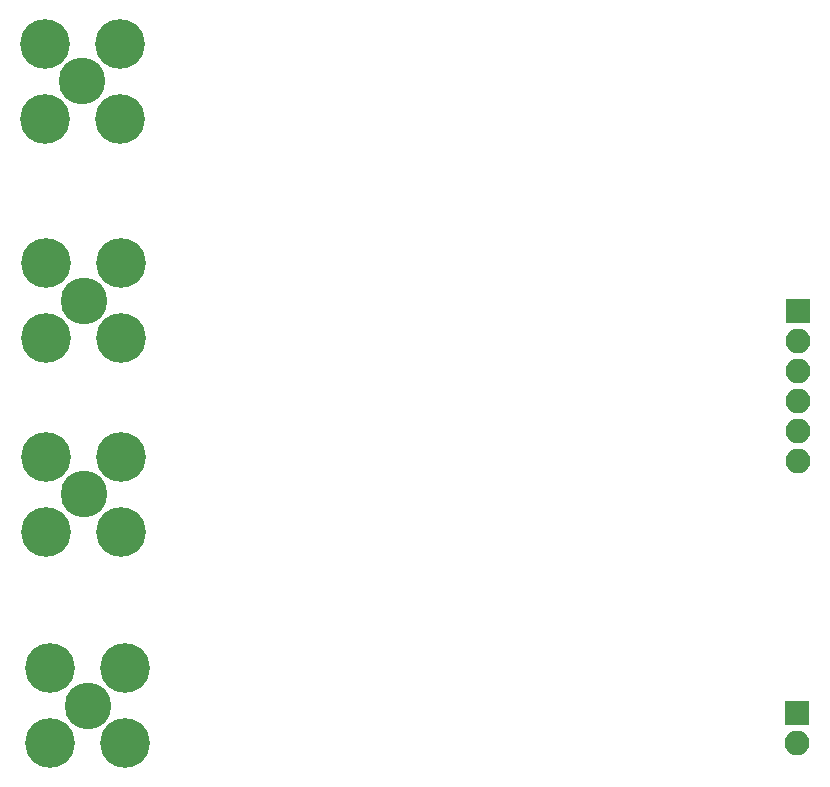
<source format=gbr>
G04 #@! TF.FileFunction,Soldermask,Bot*
%FSLAX46Y46*%
G04 Gerber Fmt 4.6, Leading zero omitted, Abs format (unit mm)*
G04 Created by KiCad (PCBNEW 4.0.7) date 12/27/18 16:20:44*
%MOMM*%
%LPD*%
G01*
G04 APERTURE LIST*
%ADD10C,0.100000*%
%ADD11C,4.210000*%
%ADD12C,3.956000*%
%ADD13R,2.100000X2.100000*%
%ADD14O,2.100000X2.100000*%
G04 APERTURE END LIST*
D10*
D11*
X57230000Y-130567000D03*
D12*
X60405000Y-133742000D03*
D11*
X63580000Y-130567000D03*
X57230000Y-136917000D03*
X63580000Y-136917000D03*
X56896000Y-112649000D03*
D12*
X60071000Y-115824000D03*
D11*
X63246000Y-112649000D03*
X56896000Y-118999000D03*
X63246000Y-118999000D03*
X56896000Y-96266000D03*
D12*
X60071000Y-99441000D03*
D11*
X63246000Y-96266000D03*
X56896000Y-102616000D03*
X63246000Y-102616000D03*
X56769000Y-77660500D03*
D12*
X59944000Y-80835500D03*
D11*
X63119000Y-77660500D03*
X56769000Y-84010500D03*
X63119000Y-84010500D03*
D13*
X120586500Y-100330000D03*
D14*
X120586500Y-102870000D03*
X120586500Y-105410000D03*
X120586500Y-107950000D03*
X120586500Y-110490000D03*
X120586500Y-113030000D03*
D13*
X120459500Y-134302500D03*
D14*
X120459500Y-136842500D03*
M02*

</source>
